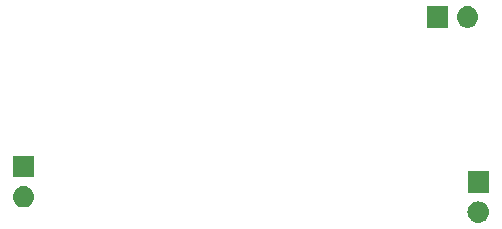
<source format=gbr>
G04 #@! TF.GenerationSoftware,KiCad,Pcbnew,(5.1.4)-1*
G04 #@! TF.CreationDate,2019-11-25T16:57:10-05:00*
G04 #@! TF.ProjectId,preamplifier,70726561-6d70-46c6-9966-6965722e6b69,rev?*
G04 #@! TF.SameCoordinates,Original*
G04 #@! TF.FileFunction,Soldermask,Bot*
G04 #@! TF.FilePolarity,Negative*
%FSLAX46Y46*%
G04 Gerber Fmt 4.6, Leading zero omitted, Abs format (unit mm)*
G04 Created by KiCad (PCBNEW (5.1.4)-1) date 2019-11-25 16:57:10*
%MOMM*%
%LPD*%
G04 APERTURE LIST*
%ADD10C,0.150000*%
G04 APERTURE END LIST*
D10*
G36*
X103424942Y-71876518D02*
G01*
X103491127Y-71883037D01*
X103660966Y-71934557D01*
X103817491Y-72018222D01*
X103853229Y-72047552D01*
X103954686Y-72130814D01*
X104034754Y-72228379D01*
X104067278Y-72268009D01*
X104150943Y-72424534D01*
X104202463Y-72594373D01*
X104219859Y-72771000D01*
X104202463Y-72947627D01*
X104150943Y-73117466D01*
X104067278Y-73273991D01*
X104037948Y-73309729D01*
X103954686Y-73411186D01*
X103853229Y-73494448D01*
X103817491Y-73523778D01*
X103660966Y-73607443D01*
X103491127Y-73658963D01*
X103424942Y-73665482D01*
X103358760Y-73672000D01*
X103270240Y-73672000D01*
X103204058Y-73665482D01*
X103137873Y-73658963D01*
X102968034Y-73607443D01*
X102811509Y-73523778D01*
X102775771Y-73494448D01*
X102674314Y-73411186D01*
X102591052Y-73309729D01*
X102561722Y-73273991D01*
X102478057Y-73117466D01*
X102426537Y-72947627D01*
X102409141Y-72771000D01*
X102426537Y-72594373D01*
X102478057Y-72424534D01*
X102561722Y-72268009D01*
X102594246Y-72228379D01*
X102674314Y-72130814D01*
X102775771Y-72047552D01*
X102811509Y-72018222D01*
X102968034Y-71934557D01*
X103137873Y-71883037D01*
X103204058Y-71876518D01*
X103270240Y-71870000D01*
X103358760Y-71870000D01*
X103424942Y-71876518D01*
X103424942Y-71876518D01*
G37*
G36*
X64931243Y-70581119D02*
G01*
X64997427Y-70587637D01*
X65167266Y-70639157D01*
X65323791Y-70722822D01*
X65359529Y-70752152D01*
X65460986Y-70835414D01*
X65544248Y-70936871D01*
X65573578Y-70972609D01*
X65657243Y-71129134D01*
X65708763Y-71298973D01*
X65726159Y-71475600D01*
X65708763Y-71652227D01*
X65657243Y-71822066D01*
X65573578Y-71978591D01*
X65544248Y-72014329D01*
X65460986Y-72115786D01*
X65359529Y-72199048D01*
X65323791Y-72228378D01*
X65167266Y-72312043D01*
X64997427Y-72363563D01*
X64931243Y-72370081D01*
X64865060Y-72376600D01*
X64776540Y-72376600D01*
X64710357Y-72370081D01*
X64644173Y-72363563D01*
X64474334Y-72312043D01*
X64317809Y-72228378D01*
X64282071Y-72199048D01*
X64180614Y-72115786D01*
X64097352Y-72014329D01*
X64068022Y-71978591D01*
X63984357Y-71822066D01*
X63932837Y-71652227D01*
X63915441Y-71475600D01*
X63932837Y-71298973D01*
X63984357Y-71129134D01*
X64068022Y-70972609D01*
X64097352Y-70936871D01*
X64180614Y-70835414D01*
X64282071Y-70752152D01*
X64317809Y-70722822D01*
X64474334Y-70639157D01*
X64644173Y-70587637D01*
X64710357Y-70581119D01*
X64776540Y-70574600D01*
X64865060Y-70574600D01*
X64931243Y-70581119D01*
X64931243Y-70581119D01*
G37*
G36*
X104215500Y-71132000D02*
G01*
X102413500Y-71132000D01*
X102413500Y-69330000D01*
X104215500Y-69330000D01*
X104215500Y-71132000D01*
X104215500Y-71132000D01*
G37*
G36*
X65721800Y-69836600D02*
G01*
X63919800Y-69836600D01*
X63919800Y-68034600D01*
X65721800Y-68034600D01*
X65721800Y-69836600D01*
X65721800Y-69836600D01*
G37*
G36*
X102519444Y-55364018D02*
G01*
X102585628Y-55370536D01*
X102755467Y-55422056D01*
X102911992Y-55505721D01*
X102947730Y-55535051D01*
X103049187Y-55618313D01*
X103132449Y-55719770D01*
X103161779Y-55755508D01*
X103245444Y-55912033D01*
X103296964Y-56081872D01*
X103314360Y-56258499D01*
X103296964Y-56435126D01*
X103245444Y-56604965D01*
X103161779Y-56761490D01*
X103132449Y-56797228D01*
X103049187Y-56898685D01*
X102947730Y-56981947D01*
X102911992Y-57011277D01*
X102755467Y-57094942D01*
X102585628Y-57146462D01*
X102519444Y-57152980D01*
X102453261Y-57159499D01*
X102364741Y-57159499D01*
X102298558Y-57152980D01*
X102232374Y-57146462D01*
X102062535Y-57094942D01*
X101906010Y-57011277D01*
X101870272Y-56981947D01*
X101768815Y-56898685D01*
X101685553Y-56797228D01*
X101656223Y-56761490D01*
X101572558Y-56604965D01*
X101521038Y-56435126D01*
X101503642Y-56258499D01*
X101521038Y-56081872D01*
X101572558Y-55912033D01*
X101656223Y-55755508D01*
X101685553Y-55719770D01*
X101768815Y-55618313D01*
X101870272Y-55535051D01*
X101906010Y-55505721D01*
X102062535Y-55422056D01*
X102232374Y-55370536D01*
X102298558Y-55364018D01*
X102364741Y-55357499D01*
X102453261Y-55357499D01*
X102519444Y-55364018D01*
X102519444Y-55364018D01*
G37*
G36*
X100770001Y-57159499D02*
G01*
X98968001Y-57159499D01*
X98968001Y-55357499D01*
X100770001Y-55357499D01*
X100770001Y-57159499D01*
X100770001Y-57159499D01*
G37*
M02*

</source>
